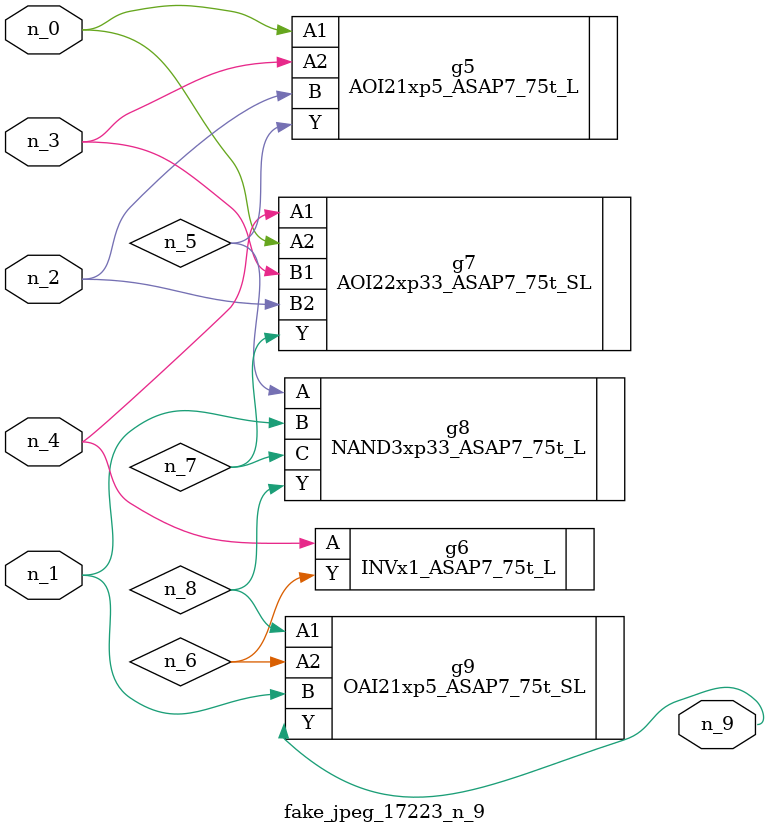
<source format=v>
module fake_jpeg_17223_n_9 (n_3, n_2, n_1, n_0, n_4, n_9);

input n_3;
input n_2;
input n_1;
input n_0;
input n_4;

output n_9;

wire n_8;
wire n_6;
wire n_5;
wire n_7;

AOI21xp5_ASAP7_75t_L g5 ( 
.A1(n_0),
.A2(n_3),
.B(n_2),
.Y(n_5)
);

INVx1_ASAP7_75t_L g6 ( 
.A(n_4),
.Y(n_6)
);

AOI22xp33_ASAP7_75t_SL g7 ( 
.A1(n_4),
.A2(n_0),
.B1(n_3),
.B2(n_2),
.Y(n_7)
);

NAND3xp33_ASAP7_75t_L g8 ( 
.A(n_5),
.B(n_1),
.C(n_7),
.Y(n_8)
);

OAI21xp5_ASAP7_75t_SL g9 ( 
.A1(n_8),
.A2(n_6),
.B(n_1),
.Y(n_9)
);


endmodule
</source>
